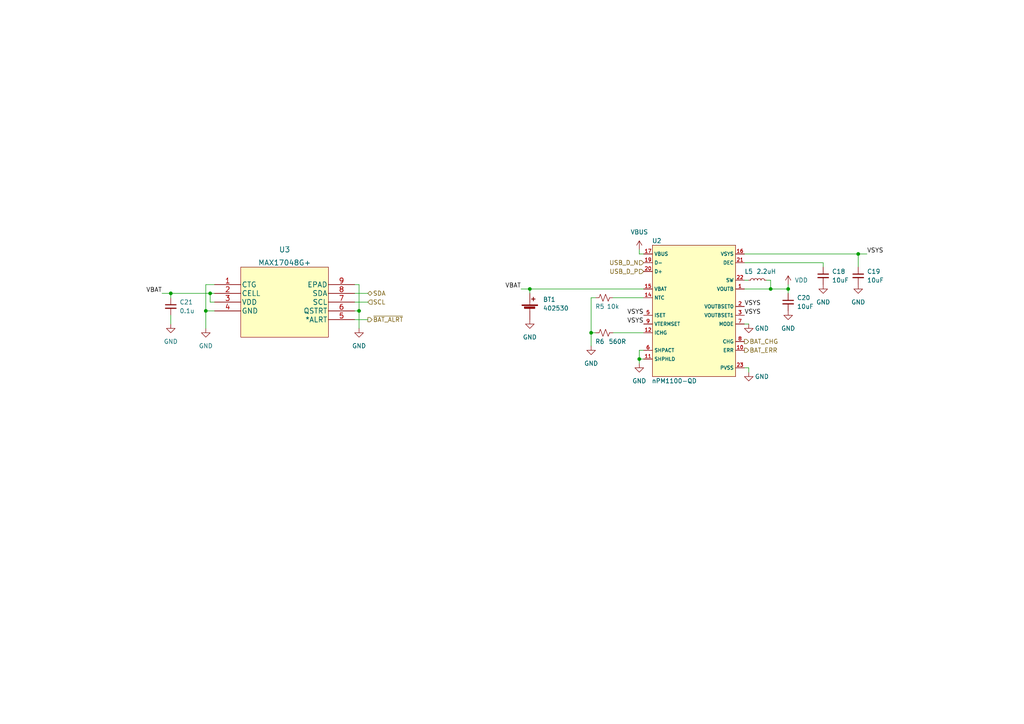
<source format=kicad_sch>
(kicad_sch (version 20230121) (generator eeschema)
  (paper "A4")
  (lib_symbols
    (symbol "Device:Battery_Cell" (pin_numbers hide) (pin_names (offset 0) hide)
      (property "Reference" "BT" (at 2.54 2.54 0))
      (property "Value" "Battery_Cell" (at 2.54 0 0))
      (symbol "Battery_Cell_0_1"
        (rectangle (start -2.286 1.778) (end 2.286 1.524) (fill (type outline)))
        (rectangle (start -1.5748 1.1938) (end 1.4732 0.6858) (fill (type outline)))
        (polyline (pts (xy 0 0.762) (xy 0 0)))
        (polyline (pts (xy 0 1.778) (xy 0 2.54)))
        (polyline (pts (xy 0.508 3.429) (xy 1.524 3.429)) (stroke (width 0.254)))
        (polyline (pts (xy 1.016 3.937) (xy 1.016 2.921)) (stroke (width 0.254)))
      )
      (symbol "Battery_Cell_1_1"
        (pin passive line (at 0 5.08 270) (length 2.54) (name "+") (number "1"))
        (pin passive line (at 0 -2.54 90) (length 2.54) (name "-") (number "2"))
      )
    )
    (symbol "Device:C_Small" (pin_numbers hide) (pin_names (offset 0.254) hide)
      (property "Reference" "C" (at 0.254 1.778 0))
      (property "Value" "C_Small" (at 0.254 -2.032 0))
      (symbol "C_Small_0_1"
        (polyline (pts (xy -1.524 -0.508) (xy 1.524 -0.508)) (stroke (width 0.3302)))
        (polyline (pts (xy -1.524 0.508) (xy 1.524 0.508)) (stroke (width 0.3048)))
      )
      (symbol "C_Small_1_1"
        (pin passive line (at 0 2.54 270) (length 2.032) (name "~") (number "1"))
        (pin passive line (at 0 -2.54 90) (length 2.032) (name "~") (number "2"))
      )
    )
    (symbol "Device:L_Small" (pin_numbers hide) (pin_names (offset 0.254) hide)
      (property "Reference" "L" (at 0.762 1.016 0))
      (property "Value" "L_Small" (at 0.762 -1.016 0))
      (symbol "L_Small_0_1"
        (arc (start 0 -2.032) (mid 0.5058 -1.524) (end 0 -1.016))
        (arc (start 0 -1.016) (mid 0.5058 -0.508) (end 0 0))
        (arc (start 0 0) (mid 0.5058 0.508) (end 0 1.016))
        (arc (start 0 1.016) (mid 0.5058 1.524) (end 0 2.032))
      )
      (symbol "L_Small_1_1"
        (pin passive line (at 0 2.54 270) (length 0.508) (name "~") (number "1"))
        (pin passive line (at 0 -2.54 90) (length 0.508) (name "~") (number "2"))
      )
    )
    (symbol "Device:R_Small_US" (pin_numbers hide) (pin_names (offset 0.254) hide)
      (property "Reference" "R" (at 0.762 0.508 0))
      (property "Value" "R_Small_US" (at 0.762 -1.016 0))
      (symbol "R_Small_US_1_1"
        (polyline (pts (xy 0 0) (xy 1.016 -0.381) (xy 0 -0.762) (xy -1.016 -1.143) (xy 0 -1.524)))
        (polyline (pts (xy 0 1.524) (xy 1.016 1.143) (xy 0 0.762) (xy -1.016 0.381) (xy 0 0)))
        (pin passive line (at 0 2.54 270) (length 1.016) (name "~") (number "1"))
        (pin passive line (at 0 -2.54 90) (length 1.016) (name "~") (number "2"))
      )
    )
    (symbol "GND_1" (power) (pin_names (offset 0))
      (property "Value" "GND_1" (at 0 -3.81 0))
      (symbol "GND_1_0_1"
        (polyline (pts (xy 0 0) (xy 0 -1.27) (xy 1.27 -1.27) (xy 0 -2.54) (xy -1.27 -1.27) (xy 0 -1.27)))
      )
      (symbol "GND_1_1_1"
        (pin power_in line (at 0 0 270) (length 0) hide (name "GND") (number "1"))
      )
    )
    (symbol "power:GND" (power) (pin_names (offset 0))
      (property "Value" "GND" (at 0 -3.81 0))
      (symbol "GND_0_1"
        (polyline (pts (xy 0 0) (xy 0 -1.27) (xy 1.27 -1.27) (xy 0 -2.54) (xy -1.27 -1.27) (xy 0 -1.27)))
      )
      (symbol "GND_1_1"
        (pin power_in line (at 0 0 270) (length 0) hide (name "GND") (number "1"))
      )
    )
    (symbol "power:VBUS" (power) (pin_names (offset 0))
      (property "Value" "VBUS" (at 0 3.81 0))
      (symbol "VBUS_0_1"
        (polyline (pts (xy -0.762 1.27) (xy 0 2.54)))
        (polyline (pts (xy 0 0) (xy 0 2.54)))
        (polyline (pts (xy 0 2.54) (xy 0.762 1.27)))
      )
      (symbol "VBUS_1_1"
        (pin power_in line (at 0 0 90) (length 0) hide (name "VBUS") (number "1"))
      )
    )
    (symbol "power:VDD" (power) (pin_names (offset 0))
      (property "Value" "VDD" (at 0 3.81 0))
      (symbol "VDD_0_1"
        (polyline (pts (xy -0.762 1.27) (xy 0 2.54)))
        (polyline (pts (xy 0 0) (xy 0 2.54)))
        (polyline (pts (xy 0 2.54) (xy 0.762 1.27)))
      )
      (symbol "VDD_1_1"
        (pin power_in line (at 0 0 90) (length 0) hide (name "VDD") (number "1"))
      )
    )
    (symbol "watch:MAX17048G+" (pin_names (offset 0.254))
      (property "Reference" "U" (at 20.32 10.16 0))
      (property "Value" "MAX17048G+" (at 20.32 7.62 0))
      (symbol "MAX17048G+_1_1"
        (rectangle (start 7.62 5.08) (end 33.02 -15.24) (fill (type background)))
        (pin unspecified line (at 0 0 0) (length 7.62) (name "CTG") (number "1"))
        (pin unspecified line (at 0 -2.54 0) (length 7.62) (name "CELL") (number "2"))
        (pin power_in line (at 0 -5.08 0) (length 7.62) (name "VDD") (number "3"))
        (pin power_in line (at 0 -7.62 0) (length 7.62) (name "GND") (number "4"))
        (pin output line (at 40.64 -10.16 180) (length 7.62) (name "*ALRT") (number "5"))
        (pin input line (at 40.64 -7.62 180) (length 7.62) (name "QSTRT") (number "6"))
        (pin input line (at 40.64 -5.08 180) (length 7.62) (name "SCL") (number "7"))
        (pin bidirectional line (at 40.64 -2.54 180) (length 7.62) (name "SDA") (number "8"))
        (pin unspecified line (at 40.64 0 180) (length 7.62) (name "EPAD") (number "9"))
      )
    )
    (symbol "watch:nPM1100-QD"
      (property "Reference" "U" (at 3.81 3.81 0))
      (symbol "nPM1100-QD_1_1"
        (rectangle (start 2.54 2.54) (end 26.67 -35.56) (fill (type background)))
        (pin power_out line (at 29.21 -10.16 180) (length 2.54) (name "VOUTB") (number "1"))
        (pin open_collector line (at 29.21 -27.94 180) (length 2.54) (name "ERR") (number "10"))
        (pin input line (at 0 -30.48 0) (length 2.54) (name "SHPHLD") (number "11"))
        (pin input line (at 0 -22.86 0) (length 2.54) (name "ICHG") (number "12"))
        (pin no_connect line (at 10.16 -45.72 180) (length 2.54) hide (name "NC") (number "13"))
        (pin input line (at 0 -12.7 0) (length 2.54) (name "NTC") (number "14"))
        (pin power_in line (at 0 -10.16 0) (length 2.54) (name "VBAT") (number "15"))
        (pin power_out line (at 29.21 0 180) (length 2.54) (name "VSYS") (number "16"))
        (pin power_in line (at 0 0 0) (length 2.54) (name "VBUS") (number "17"))
        (pin no_connect line (at 10.16 -48.26 180) (length 2.54) hide (name "NC") (number "18"))
        (pin input line (at 0 -2.54 0) (length 2.54) (name "D-") (number "19"))
        (pin input line (at 29.21 -15.24 180) (length 2.54) (name "VOUTBSET0") (number "2"))
        (pin input line (at 0 -5.08 0) (length 2.54) (name "D+") (number "20"))
        (pin power_out line (at 29.21 -2.54 180) (length 2.54) (name "DEC") (number "21"))
        (pin power_out line (at 29.21 -7.62 180) (length 2.54) (name "SW") (number "22"))
        (pin power_in line (at 29.21 -33.02 180) (length 2.54) (name "PVSS") (number "23"))
        (pin input line (at 29.21 -17.78 180) (length 2.54) (name "VOUTBSET1") (number "3"))
        (pin no_connect line (at 10.16 -43.18 180) (length 2.54) hide (name "NC") (number "4"))
        (pin input line (at 0 -17.78 0) (length 2.54) (name "ISET") (number "5"))
        (pin input line (at 0 -27.94 0) (length 2.54) (name "SHPACT") (number "6"))
        (pin input line (at 29.21 -20.32 180) (length 2.54) (name "MODE") (number "7"))
        (pin open_collector line (at 29.21 -25.4 180) (length 2.54) (name "CHG") (number "8"))
        (pin input line (at 0 -20.32 0) (length 2.54) (name "VTERMSET") (number "9"))
      )
    )
  )
  (junction (at 228.6 83.82))
  (junction (at 60.96 85.09))
  (junction (at 59.69 90.17))
  (junction (at 223.52 83.82))
  (junction (at 153.67 83.82))
  (junction (at 185.42 104.14))
  (junction (at 248.92 73.66))
  (junction (at 49.53 85.09))
  (junction (at 104.14 90.17))
  (junction (at 171.45 96.52))
  (wire (pts (xy 151.13 83.82) (xy 153.67 83.82)))
  (wire (pts (xy 215.9 93.98) (xy 217.17 93.98)))
  (wire (pts (xy 102.87 82.55) (xy 104.14 82.55)))
  (wire (pts (xy 222.25 81.28) (xy 223.52 81.28)))
  (wire (pts (xy 104.14 95.25) (xy 104.14 90.17)))
  (wire (pts (xy 106.68 87.63) (xy 102.87 87.63)))
  (wire (pts (xy 60.96 85.09) (xy 60.96 87.63)))
  (wire (pts (xy 59.69 90.17) (xy 62.23 90.17)))
  (wire (pts (xy 62.23 87.63) (xy 60.96 87.63)))
  (wire (pts (xy 171.45 96.52) (xy 171.45 100.33)))
  (wire (pts (xy 248.92 73.66) (xy 251.46 73.66)))
  (wire (pts (xy 49.53 91.44) (xy 49.53 93.98)))
  (wire (pts (xy 215.9 83.82) (xy 223.52 83.82)))
  (wire (pts (xy 223.52 81.28) (xy 223.52 83.82)))
  (wire (pts (xy 223.52 83.82) (xy 228.6 83.82)))
  (wire (pts (xy 49.53 85.09) (xy 49.53 86.36)))
  (wire (pts (xy 104.14 82.55) (xy 104.14 90.17)))
  (wire (pts (xy 185.42 73.66) (xy 186.69 73.66)))
  (wire (pts (xy 248.92 73.66) (xy 248.92 77.47)))
  (wire (pts (xy 59.69 82.55) (xy 62.23 82.55)))
  (wire (pts (xy 185.42 105.41) (xy 185.42 104.14)))
  (wire (pts (xy 228.6 82.55) (xy 228.6 83.82)))
  (wire (pts (xy 46.99 85.09) (xy 49.53 85.09)))
  (wire (pts (xy 185.42 72.39) (xy 185.42 73.66)))
  (wire (pts (xy 171.45 96.52) (xy 172.72 96.52)))
  (wire (pts (xy 106.68 85.09) (xy 102.87 85.09)))
  (wire (pts (xy 104.14 90.17) (xy 102.87 90.17)))
  (wire (pts (xy 177.8 96.52) (xy 186.69 96.52)))
  (wire (pts (xy 171.45 86.36) (xy 171.45 96.52)))
  (wire (pts (xy 215.9 76.2) (xy 238.76 76.2)))
  (wire (pts (xy 153.67 85.09) (xy 153.67 83.82)))
  (wire (pts (xy 172.72 86.36) (xy 171.45 86.36)))
  (wire (pts (xy 217.17 107.95) (xy 217.17 106.68)))
  (wire (pts (xy 185.42 104.14) (xy 185.42 101.6)))
  (wire (pts (xy 228.6 83.82) (xy 228.6 85.09)))
  (wire (pts (xy 59.69 90.17) (xy 59.69 82.55)))
  (wire (pts (xy 49.53 85.09) (xy 60.96 85.09)))
  (wire (pts (xy 215.9 73.66) (xy 248.92 73.66)))
  (wire (pts (xy 217.17 106.68) (xy 215.9 106.68)))
  (wire (pts (xy 153.67 83.82) (xy 186.69 83.82)))
  (wire (pts (xy 238.76 76.2) (xy 238.76 77.47)))
  (wire (pts (xy 215.9 81.28) (xy 217.17 81.28)))
  (wire (pts (xy 185.42 101.6) (xy 186.69 101.6)))
  (wire (pts (xy 106.68 92.71) (xy 102.87 92.71)))
  (wire (pts (xy 59.69 95.25) (xy 59.69 90.17)))
  (wire (pts (xy 185.42 104.14) (xy 186.69 104.14)))
  (wire (pts (xy 60.96 85.09) (xy 62.23 85.09)))
  (wire (pts (xy 177.8 86.36) (xy 186.69 86.36)))
  (label "VBAT" (at 46.99 85.09 180))
  (label "VSYS" (at 186.69 91.44 180))
  (label "VSYS" (at 251.46 73.66 0))
  (label "VSYS" (at 186.69 93.98 180))
  (label "VBAT" (at 151.13 83.82 180))
  (label "VSYS" (at 215.9 88.9 0))
  (label "VSYS" (at 215.9 91.44 0))
  (hierarchical_label "SDA" (shape bidirectional) (at 106.68 85.09 0))
  (hierarchical_label "BAT_ERR" (shape output) (at 215.9 101.6 0))
  (hierarchical_label "BAT_CHG" (shape output) (at 215.9 99.06 0))
  (hierarchical_label "SCL" (shape input) (at 106.68 87.63 0))
  (hierarchical_label "~{BAT_ALRT}" (shape output) (at 106.68 92.71 0))
  (hierarchical_label "USB_D_P" (shape input) (at 186.69 78.74 180))
  (hierarchical_label "USB_D_N" (shape input) (at 186.69 76.2 180))
  (symbol (lib_id "power:VBUS") (at 185.42 72.39 0) (unit 1)
    (property "Reference" "#PWR032" (effects hide))
    (property "Value" "VBUS" (at 185.42 67.31 0))
  )
  (symbol (lib_name "GND_1") (lib_id "power:GND") (at 217.17 93.98 0) (unit 1)
    (property "Reference" "#PWR039" (effects hide))
    (property "Value" "GND" (at 220.98 95.25 0))
  )
  (symbol (lib_id "Device:Battery_Cell") (at 153.67 90.17 0) (unit 1)
    (property "Reference" "BT1" (at 157.48 86.868 0) (effects (justify left)))
    (property "Value" "402530" (at 157.48 89.408 0) (effects (justify left)))
    (property "Footprint" "Connector_PinHeader_1.27mm:PinHeader_1x02_P1.27mm_Vertical" (effects hide))
  )
  (symbol (lib_id "power:VDD") (at 228.6 82.55 0) (unit 1)
    (property "Reference" "#PWR033" (effects hide))
    (property "Value" "VDD" (at 232.41 81.28 0))
  )
  (symbol (lib_name "GND_1") (lib_id "power:GND") (at 248.92 82.55 0) (unit 1)
    (property "Reference" "#PWR035" (effects hide))
    (property "Value" "GND" (at 248.92 87.63 0))
  )
  (symbol (lib_name "GND_1") (lib_id "power:GND") (at 171.45 100.33 0) (unit 1)
    (property "Reference" "#PWR042" (effects hide))
    (property "Value" "GND" (at 171.45 105.41 0))
  )
  (symbol (lib_id "power:GND") (at 49.53 93.98 0) (unit 1)
    (property "Reference" "#PWR038" (effects hide))
    (property "Value" "GND" (at 49.53 99.06 0))
  )
  (symbol (lib_name "GND_1") (lib_id "power:GND") (at 228.6 90.17 0) (unit 1)
    (property "Reference" "#PWR036" (effects hide))
    (property "Value" "GND" (at 228.6 95.25 0))
  )
  (symbol (lib_id "power:GND") (at 104.14 95.25 0) (unit 1)
    (property "Reference" "#PWR041" (effects hide))
    (property "Value" "GND" (at 104.14 100.33 0))
  )
  (symbol (lib_id "power:GND") (at 59.69 95.25 0) (unit 1)
    (property "Reference" "#PWR040" (effects hide))
    (property "Value" "GND" (at 59.69 100.33 0))
  )
  (symbol (lib_id "Device:L_Small") (at 219.71 81.28 90) (unit 1)
    (property "Reference" "L5" (at 217.17 78.74 90))
    (property "Value" "2.2uH" (at 222.25 78.74 90))
    (property "Footprint" "Inductor_SMD:L_0805_2012Metric_Pad1.05x1.20mm_HandSolder" (effects hide))
  )
  (symbol (lib_name "GND_1") (lib_id "power:GND") (at 185.42 105.41 0) (unit 1)
    (property "Reference" "#PWR043" (effects hide))
    (property "Value" "GND" (at 185.42 110.49 0))
  )
  (symbol (lib_id "Device:C_Small") (at 238.76 80.01 0) (unit 1)
    (property "Reference" "C18" (at 241.3 78.7463 0) (effects (justify left)))
    (property "Value" "10uF" (at 241.3 81.2863 0) (effects (justify left)))
    (property "Footprint" "Capacitor_SMD:C_0805_2012Metric_Pad1.18x1.45mm_HandSolder" (effects hide))
  )
  (symbol (lib_id "Device:C_Small") (at 248.92 80.01 0) (unit 1)
    (property "Reference" "C19" (at 251.46 78.7463 0) (effects (justify left)))
    (property "Value" "10uF" (at 251.46 81.2863 0) (effects (justify left)))
    (property "Footprint" "Capacitor_SMD:C_0805_2012Metric_Pad1.18x1.45mm_HandSolder" (effects hide))
  )
  (symbol (lib_id "watch:MAX17048G+") (at 62.23 82.55 0) (unit 1)
    (property "Reference" "U3" (at 82.55 72.39 0) (effects (font (size 1.524 1.524))))
    (property "Value" "MAX17048G+" (at 82.55 76.2 0) (effects (font (size 1.524 1.524))))
    (property "Footprint" "watch:MAX17048G&plus_" (effects hide))
  )
  (symbol (lib_name "GND_1") (lib_id "power:GND") (at 153.67 92.71 0) (unit 1)
    (property "Reference" "#PWR037" (effects hide))
    (property "Value" "GND" (at 153.67 97.79 0))
  )
  (symbol (lib_id "Device:R_Small_US") (at 175.26 86.36 90) (unit 1)
    (property "Reference" "R5" (at 173.99 88.9 90))
    (property "Value" "10k" (at 177.8 88.9 90))
    (property "Footprint" "Resistor_SMD:R_0402_1005Metric_Pad0.72x0.64mm_HandSolder" (effects hide))
  )
  (symbol (lib_name "GND_1") (lib_id "power:GND") (at 238.76 82.55 0) (unit 1)
    (property "Reference" "#PWR034" (effects hide))
    (property "Value" "GND" (at 238.76 87.63 0))
  )
  (symbol (lib_id "Device:R_Small_US") (at 175.26 96.52 90) (unit 1)
    (property "Reference" "R6" (at 173.99 99.06 90))
    (property "Value" "560R" (at 179.07 99.06 90))
    (property "Footprint" "Resistor_SMD:R_0402_1005Metric_Pad0.72x0.64mm_HandSolder" (effects hide))
  )
  (symbol (lib_name "GND_1") (lib_id "power:GND") (at 217.17 107.95 0) (unit 1)
    (property "Reference" "#PWR044" (effects hide))
    (property "Value" "GND" (at 220.98 109.22 0))
  )
  (symbol (lib_id "Device:C_Small") (at 228.6 87.63 0) (unit 1)
    (property "Reference" "C20" (at 231.14 86.3663 0) (effects (justify left)))
    (property "Value" "10uF" (at 231.14 88.9063 0) (effects (justify left)))
    (property "Footprint" "Capacitor_SMD:C_0805_2012Metric_Pad1.18x1.45mm_HandSolder" (effects hide))
  )
  (symbol (lib_id "Device:C_Small") (at 49.53 88.9 0) (unit 1)
    (property "Reference" "C21" (at 52.07 87.6362 0) (effects (justify left)))
    (property "Value" "0.1u" (at 52.07 90.1762 0) (effects (justify left)))
    (property "Footprint" "Capacitor_SMD:C_0402_1005Metric_Pad0.74x0.62mm_HandSolder" (effects hide))
  )
  (symbol (lib_id "watch:nPM1100-QD") (at 186.69 73.66 0) (unit 1)
    (property "Reference" "U2" (at 190.5 69.85 0))
    (property "Value" "nPM1100-QD" (at 195.58 110.49 0))
    (property "Footprint" "watch:nPM1100-QD" (effects hide))
    (property "Datasheet" "https://infocenter.nordicsemi.com/pdf/nPM1100_PS_v1.3.pdf" (effects hide))
  )
)
</source>
